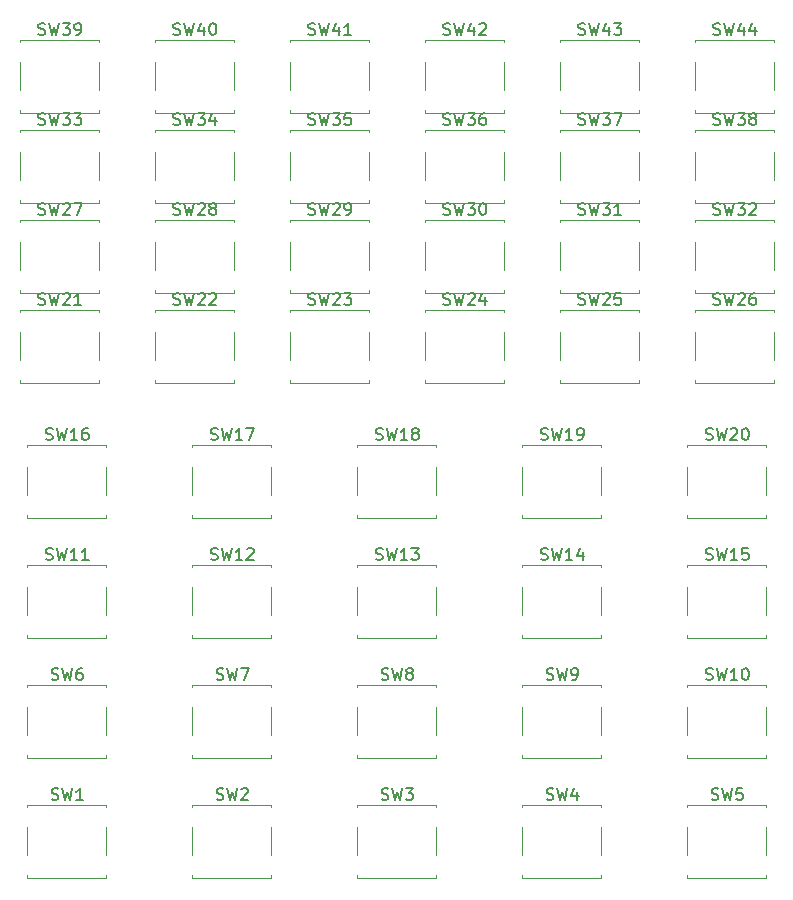
<source format=gbr>
G04 #@! TF.GenerationSoftware,KiCad,Pcbnew,5.1.5+dfsg1-2build2*
G04 #@! TF.CreationDate,2021-04-12T22:06:22+02:00*
G04 #@! TF.ProjectId,calc,63616c63-2e6b-4696-9361-645f70636258,rev?*
G04 #@! TF.SameCoordinates,Original*
G04 #@! TF.FileFunction,Legend,Top*
G04 #@! TF.FilePolarity,Positive*
%FSLAX46Y46*%
G04 Gerber Fmt 4.6, Leading zero omitted, Abs format (unit mm)*
G04 Created by KiCad (PCBNEW 5.1.5+dfsg1-2build2) date 2021-04-12 22:06:22*
%MOMM*%
%LPD*%
G04 APERTURE LIST*
%ADD10C,0.120000*%
%ADD11C,0.150000*%
G04 APERTURE END LIST*
D10*
X119840000Y-89460000D02*
X126540000Y-89460000D01*
X126540000Y-83260000D02*
X119840000Y-83260000D01*
X126540000Y-85160000D02*
X126540000Y-87560000D01*
X119840000Y-85160000D02*
X119840000Y-87560000D01*
X119840000Y-83260000D02*
X119840000Y-83460000D01*
X119840000Y-89460000D02*
X119840000Y-89260000D01*
X126540000Y-89460000D02*
X126540000Y-89260000D01*
X126540000Y-83260000D02*
X126540000Y-83460000D01*
X108410000Y-89460000D02*
X115110000Y-89460000D01*
X115110000Y-83260000D02*
X108410000Y-83260000D01*
X115110000Y-85160000D02*
X115110000Y-87560000D01*
X108410000Y-85160000D02*
X108410000Y-87560000D01*
X108410000Y-83260000D02*
X108410000Y-83460000D01*
X108410000Y-89460000D02*
X108410000Y-89260000D01*
X115110000Y-89460000D02*
X115110000Y-89260000D01*
X115110000Y-83260000D02*
X115110000Y-83460000D01*
X96980000Y-89460000D02*
X103680000Y-89460000D01*
X103680000Y-83260000D02*
X96980000Y-83260000D01*
X103680000Y-85160000D02*
X103680000Y-87560000D01*
X96980000Y-85160000D02*
X96980000Y-87560000D01*
X96980000Y-83260000D02*
X96980000Y-83460000D01*
X96980000Y-89460000D02*
X96980000Y-89260000D01*
X103680000Y-89460000D02*
X103680000Y-89260000D01*
X103680000Y-83260000D02*
X103680000Y-83460000D01*
X85550000Y-89460000D02*
X92250000Y-89460000D01*
X92250000Y-83260000D02*
X85550000Y-83260000D01*
X92250000Y-85160000D02*
X92250000Y-87560000D01*
X85550000Y-85160000D02*
X85550000Y-87560000D01*
X85550000Y-83260000D02*
X85550000Y-83460000D01*
X85550000Y-89460000D02*
X85550000Y-89260000D01*
X92250000Y-89460000D02*
X92250000Y-89260000D01*
X92250000Y-83260000D02*
X92250000Y-83460000D01*
X74120000Y-89460000D02*
X80820000Y-89460000D01*
X80820000Y-83260000D02*
X74120000Y-83260000D01*
X80820000Y-85160000D02*
X80820000Y-87560000D01*
X74120000Y-85160000D02*
X74120000Y-87560000D01*
X74120000Y-83260000D02*
X74120000Y-83460000D01*
X74120000Y-89460000D02*
X74120000Y-89260000D01*
X80820000Y-89460000D02*
X80820000Y-89260000D01*
X80820000Y-83260000D02*
X80820000Y-83460000D01*
X62690000Y-89460000D02*
X69390000Y-89460000D01*
X69390000Y-83260000D02*
X62690000Y-83260000D01*
X69390000Y-85160000D02*
X69390000Y-87560000D01*
X62690000Y-85160000D02*
X62690000Y-87560000D01*
X62690000Y-83260000D02*
X62690000Y-83460000D01*
X62690000Y-89460000D02*
X62690000Y-89260000D01*
X69390000Y-89460000D02*
X69390000Y-89260000D01*
X69390000Y-83260000D02*
X69390000Y-83460000D01*
X119840000Y-97080000D02*
X126540000Y-97080000D01*
X126540000Y-90880000D02*
X119840000Y-90880000D01*
X126540000Y-92780000D02*
X126540000Y-95180000D01*
X119840000Y-92780000D02*
X119840000Y-95180000D01*
X119840000Y-90880000D02*
X119840000Y-91080000D01*
X119840000Y-97080000D02*
X119840000Y-96880000D01*
X126540000Y-97080000D02*
X126540000Y-96880000D01*
X126540000Y-90880000D02*
X126540000Y-91080000D01*
X108410000Y-97080000D02*
X115110000Y-97080000D01*
X115110000Y-90880000D02*
X108410000Y-90880000D01*
X115110000Y-92780000D02*
X115110000Y-95180000D01*
X108410000Y-92780000D02*
X108410000Y-95180000D01*
X108410000Y-90880000D02*
X108410000Y-91080000D01*
X108410000Y-97080000D02*
X108410000Y-96880000D01*
X115110000Y-97080000D02*
X115110000Y-96880000D01*
X115110000Y-90880000D02*
X115110000Y-91080000D01*
X96980000Y-97080000D02*
X103680000Y-97080000D01*
X103680000Y-90880000D02*
X96980000Y-90880000D01*
X103680000Y-92780000D02*
X103680000Y-95180000D01*
X96980000Y-92780000D02*
X96980000Y-95180000D01*
X96980000Y-90880000D02*
X96980000Y-91080000D01*
X96980000Y-97080000D02*
X96980000Y-96880000D01*
X103680000Y-97080000D02*
X103680000Y-96880000D01*
X103680000Y-90880000D02*
X103680000Y-91080000D01*
X85550000Y-97080000D02*
X92250000Y-97080000D01*
X92250000Y-90880000D02*
X85550000Y-90880000D01*
X92250000Y-92780000D02*
X92250000Y-95180000D01*
X85550000Y-92780000D02*
X85550000Y-95180000D01*
X85550000Y-90880000D02*
X85550000Y-91080000D01*
X85550000Y-97080000D02*
X85550000Y-96880000D01*
X92250000Y-97080000D02*
X92250000Y-96880000D01*
X92250000Y-90880000D02*
X92250000Y-91080000D01*
X74120000Y-97080000D02*
X80820000Y-97080000D01*
X80820000Y-90880000D02*
X74120000Y-90880000D01*
X80820000Y-92780000D02*
X80820000Y-95180000D01*
X74120000Y-92780000D02*
X74120000Y-95180000D01*
X74120000Y-90880000D02*
X74120000Y-91080000D01*
X74120000Y-97080000D02*
X74120000Y-96880000D01*
X80820000Y-97080000D02*
X80820000Y-96880000D01*
X80820000Y-90880000D02*
X80820000Y-91080000D01*
X62690000Y-97080000D02*
X69390000Y-97080000D01*
X69390000Y-90880000D02*
X62690000Y-90880000D01*
X69390000Y-92780000D02*
X69390000Y-95180000D01*
X62690000Y-92780000D02*
X62690000Y-95180000D01*
X62690000Y-90880000D02*
X62690000Y-91080000D01*
X62690000Y-97080000D02*
X62690000Y-96880000D01*
X69390000Y-97080000D02*
X69390000Y-96880000D01*
X69390000Y-90880000D02*
X69390000Y-91080000D01*
X119840000Y-104700000D02*
X126540000Y-104700000D01*
X126540000Y-98500000D02*
X119840000Y-98500000D01*
X126540000Y-100400000D02*
X126540000Y-102800000D01*
X119840000Y-100400000D02*
X119840000Y-102800000D01*
X119840000Y-98500000D02*
X119840000Y-98700000D01*
X119840000Y-104700000D02*
X119840000Y-104500000D01*
X126540000Y-104700000D02*
X126540000Y-104500000D01*
X126540000Y-98500000D02*
X126540000Y-98700000D01*
X108410000Y-104700000D02*
X115110000Y-104700000D01*
X115110000Y-98500000D02*
X108410000Y-98500000D01*
X115110000Y-100400000D02*
X115110000Y-102800000D01*
X108410000Y-100400000D02*
X108410000Y-102800000D01*
X108410000Y-98500000D02*
X108410000Y-98700000D01*
X108410000Y-104700000D02*
X108410000Y-104500000D01*
X115110000Y-104700000D02*
X115110000Y-104500000D01*
X115110000Y-98500000D02*
X115110000Y-98700000D01*
X96980000Y-104700000D02*
X103680000Y-104700000D01*
X103680000Y-98500000D02*
X96980000Y-98500000D01*
X103680000Y-100400000D02*
X103680000Y-102800000D01*
X96980000Y-100400000D02*
X96980000Y-102800000D01*
X96980000Y-98500000D02*
X96980000Y-98700000D01*
X96980000Y-104700000D02*
X96980000Y-104500000D01*
X103680000Y-104700000D02*
X103680000Y-104500000D01*
X103680000Y-98500000D02*
X103680000Y-98700000D01*
X85550000Y-104700000D02*
X92250000Y-104700000D01*
X92250000Y-98500000D02*
X85550000Y-98500000D01*
X92250000Y-100400000D02*
X92250000Y-102800000D01*
X85550000Y-100400000D02*
X85550000Y-102800000D01*
X85550000Y-98500000D02*
X85550000Y-98700000D01*
X85550000Y-104700000D02*
X85550000Y-104500000D01*
X92250000Y-104700000D02*
X92250000Y-104500000D01*
X92250000Y-98500000D02*
X92250000Y-98700000D01*
X74120000Y-104700000D02*
X80820000Y-104700000D01*
X80820000Y-98500000D02*
X74120000Y-98500000D01*
X80820000Y-100400000D02*
X80820000Y-102800000D01*
X74120000Y-100400000D02*
X74120000Y-102800000D01*
X74120000Y-98500000D02*
X74120000Y-98700000D01*
X74120000Y-104700000D02*
X74120000Y-104500000D01*
X80820000Y-104700000D02*
X80820000Y-104500000D01*
X80820000Y-98500000D02*
X80820000Y-98700000D01*
X62690000Y-104700000D02*
X69390000Y-104700000D01*
X69390000Y-98500000D02*
X62690000Y-98500000D01*
X69390000Y-100400000D02*
X69390000Y-102800000D01*
X62690000Y-100400000D02*
X62690000Y-102800000D01*
X62690000Y-98500000D02*
X62690000Y-98700000D01*
X62690000Y-104700000D02*
X62690000Y-104500000D01*
X69390000Y-104700000D02*
X69390000Y-104500000D01*
X69390000Y-98500000D02*
X69390000Y-98700000D01*
X119840000Y-112320000D02*
X126540000Y-112320000D01*
X126540000Y-106120000D02*
X119840000Y-106120000D01*
X126540000Y-108020000D02*
X126540000Y-110420000D01*
X119840000Y-108020000D02*
X119840000Y-110420000D01*
X119840000Y-106120000D02*
X119840000Y-106320000D01*
X119840000Y-112320000D02*
X119840000Y-112120000D01*
X126540000Y-112320000D02*
X126540000Y-112120000D01*
X126540000Y-106120000D02*
X126540000Y-106320000D01*
X108410000Y-112320000D02*
X115110000Y-112320000D01*
X115110000Y-106120000D02*
X108410000Y-106120000D01*
X115110000Y-108020000D02*
X115110000Y-110420000D01*
X108410000Y-108020000D02*
X108410000Y-110420000D01*
X108410000Y-106120000D02*
X108410000Y-106320000D01*
X108410000Y-112320000D02*
X108410000Y-112120000D01*
X115110000Y-112320000D02*
X115110000Y-112120000D01*
X115110000Y-106120000D02*
X115110000Y-106320000D01*
X96980000Y-112320000D02*
X103680000Y-112320000D01*
X103680000Y-106120000D02*
X96980000Y-106120000D01*
X103680000Y-108020000D02*
X103680000Y-110420000D01*
X96980000Y-108020000D02*
X96980000Y-110420000D01*
X96980000Y-106120000D02*
X96980000Y-106320000D01*
X96980000Y-112320000D02*
X96980000Y-112120000D01*
X103680000Y-112320000D02*
X103680000Y-112120000D01*
X103680000Y-106120000D02*
X103680000Y-106320000D01*
X85550000Y-112320000D02*
X92250000Y-112320000D01*
X92250000Y-106120000D02*
X85550000Y-106120000D01*
X92250000Y-108020000D02*
X92250000Y-110420000D01*
X85550000Y-108020000D02*
X85550000Y-110420000D01*
X85550000Y-106120000D02*
X85550000Y-106320000D01*
X85550000Y-112320000D02*
X85550000Y-112120000D01*
X92250000Y-112320000D02*
X92250000Y-112120000D01*
X92250000Y-106120000D02*
X92250000Y-106320000D01*
X74120000Y-112320000D02*
X80820000Y-112320000D01*
X80820000Y-106120000D02*
X74120000Y-106120000D01*
X80820000Y-108020000D02*
X80820000Y-110420000D01*
X74120000Y-108020000D02*
X74120000Y-110420000D01*
X74120000Y-106120000D02*
X74120000Y-106320000D01*
X74120000Y-112320000D02*
X74120000Y-112120000D01*
X80820000Y-112320000D02*
X80820000Y-112120000D01*
X80820000Y-106120000D02*
X80820000Y-106320000D01*
X62690000Y-112320000D02*
X69390000Y-112320000D01*
X69390000Y-106120000D02*
X62690000Y-106120000D01*
X69390000Y-108020000D02*
X69390000Y-110420000D01*
X62690000Y-108020000D02*
X62690000Y-110420000D01*
X62690000Y-106120000D02*
X62690000Y-106320000D01*
X62690000Y-112320000D02*
X62690000Y-112120000D01*
X69390000Y-112320000D02*
X69390000Y-112120000D01*
X69390000Y-106120000D02*
X69390000Y-106320000D01*
X119205000Y-123750000D02*
X125905000Y-123750000D01*
X125905000Y-117550000D02*
X119205000Y-117550000D01*
X125905000Y-119450000D02*
X125905000Y-121850000D01*
X119205000Y-119450000D02*
X119205000Y-121850000D01*
X119205000Y-117550000D02*
X119205000Y-117750000D01*
X119205000Y-123750000D02*
X119205000Y-123550000D01*
X125905000Y-123750000D02*
X125905000Y-123550000D01*
X125905000Y-117550000D02*
X125905000Y-117750000D01*
X105235000Y-123750000D02*
X111935000Y-123750000D01*
X111935000Y-117550000D02*
X105235000Y-117550000D01*
X111935000Y-119450000D02*
X111935000Y-121850000D01*
X105235000Y-119450000D02*
X105235000Y-121850000D01*
X105235000Y-117550000D02*
X105235000Y-117750000D01*
X105235000Y-123750000D02*
X105235000Y-123550000D01*
X111935000Y-123750000D02*
X111935000Y-123550000D01*
X111935000Y-117550000D02*
X111935000Y-117750000D01*
X91265000Y-123750000D02*
X97965000Y-123750000D01*
X97965000Y-117550000D02*
X91265000Y-117550000D01*
X97965000Y-119450000D02*
X97965000Y-121850000D01*
X91265000Y-119450000D02*
X91265000Y-121850000D01*
X91265000Y-117550000D02*
X91265000Y-117750000D01*
X91265000Y-123750000D02*
X91265000Y-123550000D01*
X97965000Y-123750000D02*
X97965000Y-123550000D01*
X97965000Y-117550000D02*
X97965000Y-117750000D01*
X77295000Y-123750000D02*
X83995000Y-123750000D01*
X83995000Y-117550000D02*
X77295000Y-117550000D01*
X83995000Y-119450000D02*
X83995000Y-121850000D01*
X77295000Y-119450000D02*
X77295000Y-121850000D01*
X77295000Y-117550000D02*
X77295000Y-117750000D01*
X77295000Y-123750000D02*
X77295000Y-123550000D01*
X83995000Y-123750000D02*
X83995000Y-123550000D01*
X83995000Y-117550000D02*
X83995000Y-117750000D01*
X63325000Y-123750000D02*
X70025000Y-123750000D01*
X70025000Y-117550000D02*
X63325000Y-117550000D01*
X70025000Y-119450000D02*
X70025000Y-121850000D01*
X63325000Y-119450000D02*
X63325000Y-121850000D01*
X63325000Y-117550000D02*
X63325000Y-117750000D01*
X63325000Y-123750000D02*
X63325000Y-123550000D01*
X70025000Y-123750000D02*
X70025000Y-123550000D01*
X70025000Y-117550000D02*
X70025000Y-117750000D01*
X119205000Y-133910000D02*
X125905000Y-133910000D01*
X125905000Y-127710000D02*
X119205000Y-127710000D01*
X125905000Y-129610000D02*
X125905000Y-132010000D01*
X119205000Y-129610000D02*
X119205000Y-132010000D01*
X119205000Y-127710000D02*
X119205000Y-127910000D01*
X119205000Y-133910000D02*
X119205000Y-133710000D01*
X125905000Y-133910000D02*
X125905000Y-133710000D01*
X125905000Y-127710000D02*
X125905000Y-127910000D01*
X105235000Y-133910000D02*
X111935000Y-133910000D01*
X111935000Y-127710000D02*
X105235000Y-127710000D01*
X111935000Y-129610000D02*
X111935000Y-132010000D01*
X105235000Y-129610000D02*
X105235000Y-132010000D01*
X105235000Y-127710000D02*
X105235000Y-127910000D01*
X105235000Y-133910000D02*
X105235000Y-133710000D01*
X111935000Y-133910000D02*
X111935000Y-133710000D01*
X111935000Y-127710000D02*
X111935000Y-127910000D01*
X91265000Y-133910000D02*
X97965000Y-133910000D01*
X97965000Y-127710000D02*
X91265000Y-127710000D01*
X97965000Y-129610000D02*
X97965000Y-132010000D01*
X91265000Y-129610000D02*
X91265000Y-132010000D01*
X91265000Y-127710000D02*
X91265000Y-127910000D01*
X91265000Y-133910000D02*
X91265000Y-133710000D01*
X97965000Y-133910000D02*
X97965000Y-133710000D01*
X97965000Y-127710000D02*
X97965000Y-127910000D01*
X77295000Y-133910000D02*
X83995000Y-133910000D01*
X83995000Y-127710000D02*
X77295000Y-127710000D01*
X83995000Y-129610000D02*
X83995000Y-132010000D01*
X77295000Y-129610000D02*
X77295000Y-132010000D01*
X77295000Y-127710000D02*
X77295000Y-127910000D01*
X77295000Y-133910000D02*
X77295000Y-133710000D01*
X83995000Y-133910000D02*
X83995000Y-133710000D01*
X83995000Y-127710000D02*
X83995000Y-127910000D01*
X63325000Y-133910000D02*
X70025000Y-133910000D01*
X70025000Y-127710000D02*
X63325000Y-127710000D01*
X70025000Y-129610000D02*
X70025000Y-132010000D01*
X63325000Y-129610000D02*
X63325000Y-132010000D01*
X63325000Y-127710000D02*
X63325000Y-127910000D01*
X63325000Y-133910000D02*
X63325000Y-133710000D01*
X70025000Y-133910000D02*
X70025000Y-133710000D01*
X70025000Y-127710000D02*
X70025000Y-127910000D01*
X119205000Y-144070000D02*
X125905000Y-144070000D01*
X125905000Y-137870000D02*
X119205000Y-137870000D01*
X125905000Y-139770000D02*
X125905000Y-142170000D01*
X119205000Y-139770000D02*
X119205000Y-142170000D01*
X119205000Y-137870000D02*
X119205000Y-138070000D01*
X119205000Y-144070000D02*
X119205000Y-143870000D01*
X125905000Y-144070000D02*
X125905000Y-143870000D01*
X125905000Y-137870000D02*
X125905000Y-138070000D01*
X105235000Y-144070000D02*
X111935000Y-144070000D01*
X111935000Y-137870000D02*
X105235000Y-137870000D01*
X111935000Y-139770000D02*
X111935000Y-142170000D01*
X105235000Y-139770000D02*
X105235000Y-142170000D01*
X105235000Y-137870000D02*
X105235000Y-138070000D01*
X105235000Y-144070000D02*
X105235000Y-143870000D01*
X111935000Y-144070000D02*
X111935000Y-143870000D01*
X111935000Y-137870000D02*
X111935000Y-138070000D01*
X91265000Y-144070000D02*
X97965000Y-144070000D01*
X97965000Y-137870000D02*
X91265000Y-137870000D01*
X97965000Y-139770000D02*
X97965000Y-142170000D01*
X91265000Y-139770000D02*
X91265000Y-142170000D01*
X91265000Y-137870000D02*
X91265000Y-138070000D01*
X91265000Y-144070000D02*
X91265000Y-143870000D01*
X97965000Y-144070000D02*
X97965000Y-143870000D01*
X97965000Y-137870000D02*
X97965000Y-138070000D01*
X77295000Y-144070000D02*
X83995000Y-144070000D01*
X83995000Y-137870000D02*
X77295000Y-137870000D01*
X83995000Y-139770000D02*
X83995000Y-142170000D01*
X77295000Y-139770000D02*
X77295000Y-142170000D01*
X77295000Y-137870000D02*
X77295000Y-138070000D01*
X77295000Y-144070000D02*
X77295000Y-143870000D01*
X83995000Y-144070000D02*
X83995000Y-143870000D01*
X83995000Y-137870000D02*
X83995000Y-138070000D01*
X63325000Y-144070000D02*
X70025000Y-144070000D01*
X70025000Y-137870000D02*
X63325000Y-137870000D01*
X70025000Y-139770000D02*
X70025000Y-142170000D01*
X63325000Y-139770000D02*
X63325000Y-142170000D01*
X63325000Y-137870000D02*
X63325000Y-138070000D01*
X63325000Y-144070000D02*
X63325000Y-143870000D01*
X70025000Y-144070000D02*
X70025000Y-143870000D01*
X70025000Y-137870000D02*
X70025000Y-138070000D01*
X119205000Y-154230000D02*
X125905000Y-154230000D01*
X125905000Y-148030000D02*
X119205000Y-148030000D01*
X125905000Y-149930000D02*
X125905000Y-152330000D01*
X119205000Y-149930000D02*
X119205000Y-152330000D01*
X119205000Y-148030000D02*
X119205000Y-148230000D01*
X119205000Y-154230000D02*
X119205000Y-154030000D01*
X125905000Y-154230000D02*
X125905000Y-154030000D01*
X125905000Y-148030000D02*
X125905000Y-148230000D01*
X105235000Y-154230000D02*
X111935000Y-154230000D01*
X111935000Y-148030000D02*
X105235000Y-148030000D01*
X111935000Y-149930000D02*
X111935000Y-152330000D01*
X105235000Y-149930000D02*
X105235000Y-152330000D01*
X105235000Y-148030000D02*
X105235000Y-148230000D01*
X105235000Y-154230000D02*
X105235000Y-154030000D01*
X111935000Y-154230000D02*
X111935000Y-154030000D01*
X111935000Y-148030000D02*
X111935000Y-148230000D01*
X91265000Y-154230000D02*
X97965000Y-154230000D01*
X97965000Y-148030000D02*
X91265000Y-148030000D01*
X97965000Y-149930000D02*
X97965000Y-152330000D01*
X91265000Y-149930000D02*
X91265000Y-152330000D01*
X91265000Y-148030000D02*
X91265000Y-148230000D01*
X91265000Y-154230000D02*
X91265000Y-154030000D01*
X97965000Y-154230000D02*
X97965000Y-154030000D01*
X97965000Y-148030000D02*
X97965000Y-148230000D01*
X77295000Y-154230000D02*
X83995000Y-154230000D01*
X83995000Y-148030000D02*
X77295000Y-148030000D01*
X83995000Y-149930000D02*
X83995000Y-152330000D01*
X77295000Y-149930000D02*
X77295000Y-152330000D01*
X77295000Y-148030000D02*
X77295000Y-148230000D01*
X77295000Y-154230000D02*
X77295000Y-154030000D01*
X83995000Y-154230000D02*
X83995000Y-154030000D01*
X83995000Y-148030000D02*
X83995000Y-148230000D01*
X63325000Y-154230000D02*
X70025000Y-154230000D01*
X70025000Y-148030000D02*
X63325000Y-148030000D01*
X70025000Y-149930000D02*
X70025000Y-152330000D01*
X63325000Y-149930000D02*
X63325000Y-152330000D01*
X63325000Y-148030000D02*
X63325000Y-148230000D01*
X63325000Y-154230000D02*
X63325000Y-154030000D01*
X70025000Y-154230000D02*
X70025000Y-154030000D01*
X70025000Y-148030000D02*
X70025000Y-148230000D01*
D11*
X121430476Y-82814761D02*
X121573333Y-82862380D01*
X121811428Y-82862380D01*
X121906666Y-82814761D01*
X121954285Y-82767142D01*
X122001904Y-82671904D01*
X122001904Y-82576666D01*
X121954285Y-82481428D01*
X121906666Y-82433809D01*
X121811428Y-82386190D01*
X121620952Y-82338571D01*
X121525714Y-82290952D01*
X121478095Y-82243333D01*
X121430476Y-82148095D01*
X121430476Y-82052857D01*
X121478095Y-81957619D01*
X121525714Y-81910000D01*
X121620952Y-81862380D01*
X121859047Y-81862380D01*
X122001904Y-81910000D01*
X122335238Y-81862380D02*
X122573333Y-82862380D01*
X122763809Y-82148095D01*
X122954285Y-82862380D01*
X123192380Y-81862380D01*
X124001904Y-82195714D02*
X124001904Y-82862380D01*
X123763809Y-81814761D02*
X123525714Y-82529047D01*
X124144761Y-82529047D01*
X124954285Y-82195714D02*
X124954285Y-82862380D01*
X124716190Y-81814761D02*
X124478095Y-82529047D01*
X125097142Y-82529047D01*
X110000476Y-82814761D02*
X110143333Y-82862380D01*
X110381428Y-82862380D01*
X110476666Y-82814761D01*
X110524285Y-82767142D01*
X110571904Y-82671904D01*
X110571904Y-82576666D01*
X110524285Y-82481428D01*
X110476666Y-82433809D01*
X110381428Y-82386190D01*
X110190952Y-82338571D01*
X110095714Y-82290952D01*
X110048095Y-82243333D01*
X110000476Y-82148095D01*
X110000476Y-82052857D01*
X110048095Y-81957619D01*
X110095714Y-81910000D01*
X110190952Y-81862380D01*
X110429047Y-81862380D01*
X110571904Y-81910000D01*
X110905238Y-81862380D02*
X111143333Y-82862380D01*
X111333809Y-82148095D01*
X111524285Y-82862380D01*
X111762380Y-81862380D01*
X112571904Y-82195714D02*
X112571904Y-82862380D01*
X112333809Y-81814761D02*
X112095714Y-82529047D01*
X112714761Y-82529047D01*
X113000476Y-81862380D02*
X113619523Y-81862380D01*
X113286190Y-82243333D01*
X113429047Y-82243333D01*
X113524285Y-82290952D01*
X113571904Y-82338571D01*
X113619523Y-82433809D01*
X113619523Y-82671904D01*
X113571904Y-82767142D01*
X113524285Y-82814761D01*
X113429047Y-82862380D01*
X113143333Y-82862380D01*
X113048095Y-82814761D01*
X113000476Y-82767142D01*
X98570476Y-82814761D02*
X98713333Y-82862380D01*
X98951428Y-82862380D01*
X99046666Y-82814761D01*
X99094285Y-82767142D01*
X99141904Y-82671904D01*
X99141904Y-82576666D01*
X99094285Y-82481428D01*
X99046666Y-82433809D01*
X98951428Y-82386190D01*
X98760952Y-82338571D01*
X98665714Y-82290952D01*
X98618095Y-82243333D01*
X98570476Y-82148095D01*
X98570476Y-82052857D01*
X98618095Y-81957619D01*
X98665714Y-81910000D01*
X98760952Y-81862380D01*
X98999047Y-81862380D01*
X99141904Y-81910000D01*
X99475238Y-81862380D02*
X99713333Y-82862380D01*
X99903809Y-82148095D01*
X100094285Y-82862380D01*
X100332380Y-81862380D01*
X101141904Y-82195714D02*
X101141904Y-82862380D01*
X100903809Y-81814761D02*
X100665714Y-82529047D01*
X101284761Y-82529047D01*
X101618095Y-81957619D02*
X101665714Y-81910000D01*
X101760952Y-81862380D01*
X101999047Y-81862380D01*
X102094285Y-81910000D01*
X102141904Y-81957619D01*
X102189523Y-82052857D01*
X102189523Y-82148095D01*
X102141904Y-82290952D01*
X101570476Y-82862380D01*
X102189523Y-82862380D01*
X87140476Y-82814761D02*
X87283333Y-82862380D01*
X87521428Y-82862380D01*
X87616666Y-82814761D01*
X87664285Y-82767142D01*
X87711904Y-82671904D01*
X87711904Y-82576666D01*
X87664285Y-82481428D01*
X87616666Y-82433809D01*
X87521428Y-82386190D01*
X87330952Y-82338571D01*
X87235714Y-82290952D01*
X87188095Y-82243333D01*
X87140476Y-82148095D01*
X87140476Y-82052857D01*
X87188095Y-81957619D01*
X87235714Y-81910000D01*
X87330952Y-81862380D01*
X87569047Y-81862380D01*
X87711904Y-81910000D01*
X88045238Y-81862380D02*
X88283333Y-82862380D01*
X88473809Y-82148095D01*
X88664285Y-82862380D01*
X88902380Y-81862380D01*
X89711904Y-82195714D02*
X89711904Y-82862380D01*
X89473809Y-81814761D02*
X89235714Y-82529047D01*
X89854761Y-82529047D01*
X90759523Y-82862380D02*
X90188095Y-82862380D01*
X90473809Y-82862380D02*
X90473809Y-81862380D01*
X90378571Y-82005238D01*
X90283333Y-82100476D01*
X90188095Y-82148095D01*
X75710476Y-82814761D02*
X75853333Y-82862380D01*
X76091428Y-82862380D01*
X76186666Y-82814761D01*
X76234285Y-82767142D01*
X76281904Y-82671904D01*
X76281904Y-82576666D01*
X76234285Y-82481428D01*
X76186666Y-82433809D01*
X76091428Y-82386190D01*
X75900952Y-82338571D01*
X75805714Y-82290952D01*
X75758095Y-82243333D01*
X75710476Y-82148095D01*
X75710476Y-82052857D01*
X75758095Y-81957619D01*
X75805714Y-81910000D01*
X75900952Y-81862380D01*
X76139047Y-81862380D01*
X76281904Y-81910000D01*
X76615238Y-81862380D02*
X76853333Y-82862380D01*
X77043809Y-82148095D01*
X77234285Y-82862380D01*
X77472380Y-81862380D01*
X78281904Y-82195714D02*
X78281904Y-82862380D01*
X78043809Y-81814761D02*
X77805714Y-82529047D01*
X78424761Y-82529047D01*
X78996190Y-81862380D02*
X79091428Y-81862380D01*
X79186666Y-81910000D01*
X79234285Y-81957619D01*
X79281904Y-82052857D01*
X79329523Y-82243333D01*
X79329523Y-82481428D01*
X79281904Y-82671904D01*
X79234285Y-82767142D01*
X79186666Y-82814761D01*
X79091428Y-82862380D01*
X78996190Y-82862380D01*
X78900952Y-82814761D01*
X78853333Y-82767142D01*
X78805714Y-82671904D01*
X78758095Y-82481428D01*
X78758095Y-82243333D01*
X78805714Y-82052857D01*
X78853333Y-81957619D01*
X78900952Y-81910000D01*
X78996190Y-81862380D01*
X64280476Y-82814761D02*
X64423333Y-82862380D01*
X64661428Y-82862380D01*
X64756666Y-82814761D01*
X64804285Y-82767142D01*
X64851904Y-82671904D01*
X64851904Y-82576666D01*
X64804285Y-82481428D01*
X64756666Y-82433809D01*
X64661428Y-82386190D01*
X64470952Y-82338571D01*
X64375714Y-82290952D01*
X64328095Y-82243333D01*
X64280476Y-82148095D01*
X64280476Y-82052857D01*
X64328095Y-81957619D01*
X64375714Y-81910000D01*
X64470952Y-81862380D01*
X64709047Y-81862380D01*
X64851904Y-81910000D01*
X65185238Y-81862380D02*
X65423333Y-82862380D01*
X65613809Y-82148095D01*
X65804285Y-82862380D01*
X66042380Y-81862380D01*
X66328095Y-81862380D02*
X66947142Y-81862380D01*
X66613809Y-82243333D01*
X66756666Y-82243333D01*
X66851904Y-82290952D01*
X66899523Y-82338571D01*
X66947142Y-82433809D01*
X66947142Y-82671904D01*
X66899523Y-82767142D01*
X66851904Y-82814761D01*
X66756666Y-82862380D01*
X66470952Y-82862380D01*
X66375714Y-82814761D01*
X66328095Y-82767142D01*
X67423333Y-82862380D02*
X67613809Y-82862380D01*
X67709047Y-82814761D01*
X67756666Y-82767142D01*
X67851904Y-82624285D01*
X67899523Y-82433809D01*
X67899523Y-82052857D01*
X67851904Y-81957619D01*
X67804285Y-81910000D01*
X67709047Y-81862380D01*
X67518571Y-81862380D01*
X67423333Y-81910000D01*
X67375714Y-81957619D01*
X67328095Y-82052857D01*
X67328095Y-82290952D01*
X67375714Y-82386190D01*
X67423333Y-82433809D01*
X67518571Y-82481428D01*
X67709047Y-82481428D01*
X67804285Y-82433809D01*
X67851904Y-82386190D01*
X67899523Y-82290952D01*
X121430476Y-90434761D02*
X121573333Y-90482380D01*
X121811428Y-90482380D01*
X121906666Y-90434761D01*
X121954285Y-90387142D01*
X122001904Y-90291904D01*
X122001904Y-90196666D01*
X121954285Y-90101428D01*
X121906666Y-90053809D01*
X121811428Y-90006190D01*
X121620952Y-89958571D01*
X121525714Y-89910952D01*
X121478095Y-89863333D01*
X121430476Y-89768095D01*
X121430476Y-89672857D01*
X121478095Y-89577619D01*
X121525714Y-89530000D01*
X121620952Y-89482380D01*
X121859047Y-89482380D01*
X122001904Y-89530000D01*
X122335238Y-89482380D02*
X122573333Y-90482380D01*
X122763809Y-89768095D01*
X122954285Y-90482380D01*
X123192380Y-89482380D01*
X123478095Y-89482380D02*
X124097142Y-89482380D01*
X123763809Y-89863333D01*
X123906666Y-89863333D01*
X124001904Y-89910952D01*
X124049523Y-89958571D01*
X124097142Y-90053809D01*
X124097142Y-90291904D01*
X124049523Y-90387142D01*
X124001904Y-90434761D01*
X123906666Y-90482380D01*
X123620952Y-90482380D01*
X123525714Y-90434761D01*
X123478095Y-90387142D01*
X124668571Y-89910952D02*
X124573333Y-89863333D01*
X124525714Y-89815714D01*
X124478095Y-89720476D01*
X124478095Y-89672857D01*
X124525714Y-89577619D01*
X124573333Y-89530000D01*
X124668571Y-89482380D01*
X124859047Y-89482380D01*
X124954285Y-89530000D01*
X125001904Y-89577619D01*
X125049523Y-89672857D01*
X125049523Y-89720476D01*
X125001904Y-89815714D01*
X124954285Y-89863333D01*
X124859047Y-89910952D01*
X124668571Y-89910952D01*
X124573333Y-89958571D01*
X124525714Y-90006190D01*
X124478095Y-90101428D01*
X124478095Y-90291904D01*
X124525714Y-90387142D01*
X124573333Y-90434761D01*
X124668571Y-90482380D01*
X124859047Y-90482380D01*
X124954285Y-90434761D01*
X125001904Y-90387142D01*
X125049523Y-90291904D01*
X125049523Y-90101428D01*
X125001904Y-90006190D01*
X124954285Y-89958571D01*
X124859047Y-89910952D01*
X110000476Y-90434761D02*
X110143333Y-90482380D01*
X110381428Y-90482380D01*
X110476666Y-90434761D01*
X110524285Y-90387142D01*
X110571904Y-90291904D01*
X110571904Y-90196666D01*
X110524285Y-90101428D01*
X110476666Y-90053809D01*
X110381428Y-90006190D01*
X110190952Y-89958571D01*
X110095714Y-89910952D01*
X110048095Y-89863333D01*
X110000476Y-89768095D01*
X110000476Y-89672857D01*
X110048095Y-89577619D01*
X110095714Y-89530000D01*
X110190952Y-89482380D01*
X110429047Y-89482380D01*
X110571904Y-89530000D01*
X110905238Y-89482380D02*
X111143333Y-90482380D01*
X111333809Y-89768095D01*
X111524285Y-90482380D01*
X111762380Y-89482380D01*
X112048095Y-89482380D02*
X112667142Y-89482380D01*
X112333809Y-89863333D01*
X112476666Y-89863333D01*
X112571904Y-89910952D01*
X112619523Y-89958571D01*
X112667142Y-90053809D01*
X112667142Y-90291904D01*
X112619523Y-90387142D01*
X112571904Y-90434761D01*
X112476666Y-90482380D01*
X112190952Y-90482380D01*
X112095714Y-90434761D01*
X112048095Y-90387142D01*
X113000476Y-89482380D02*
X113667142Y-89482380D01*
X113238571Y-90482380D01*
X98570476Y-90434761D02*
X98713333Y-90482380D01*
X98951428Y-90482380D01*
X99046666Y-90434761D01*
X99094285Y-90387142D01*
X99141904Y-90291904D01*
X99141904Y-90196666D01*
X99094285Y-90101428D01*
X99046666Y-90053809D01*
X98951428Y-90006190D01*
X98760952Y-89958571D01*
X98665714Y-89910952D01*
X98618095Y-89863333D01*
X98570476Y-89768095D01*
X98570476Y-89672857D01*
X98618095Y-89577619D01*
X98665714Y-89530000D01*
X98760952Y-89482380D01*
X98999047Y-89482380D01*
X99141904Y-89530000D01*
X99475238Y-89482380D02*
X99713333Y-90482380D01*
X99903809Y-89768095D01*
X100094285Y-90482380D01*
X100332380Y-89482380D01*
X100618095Y-89482380D02*
X101237142Y-89482380D01*
X100903809Y-89863333D01*
X101046666Y-89863333D01*
X101141904Y-89910952D01*
X101189523Y-89958571D01*
X101237142Y-90053809D01*
X101237142Y-90291904D01*
X101189523Y-90387142D01*
X101141904Y-90434761D01*
X101046666Y-90482380D01*
X100760952Y-90482380D01*
X100665714Y-90434761D01*
X100618095Y-90387142D01*
X102094285Y-89482380D02*
X101903809Y-89482380D01*
X101808571Y-89530000D01*
X101760952Y-89577619D01*
X101665714Y-89720476D01*
X101618095Y-89910952D01*
X101618095Y-90291904D01*
X101665714Y-90387142D01*
X101713333Y-90434761D01*
X101808571Y-90482380D01*
X101999047Y-90482380D01*
X102094285Y-90434761D01*
X102141904Y-90387142D01*
X102189523Y-90291904D01*
X102189523Y-90053809D01*
X102141904Y-89958571D01*
X102094285Y-89910952D01*
X101999047Y-89863333D01*
X101808571Y-89863333D01*
X101713333Y-89910952D01*
X101665714Y-89958571D01*
X101618095Y-90053809D01*
X87140476Y-90434761D02*
X87283333Y-90482380D01*
X87521428Y-90482380D01*
X87616666Y-90434761D01*
X87664285Y-90387142D01*
X87711904Y-90291904D01*
X87711904Y-90196666D01*
X87664285Y-90101428D01*
X87616666Y-90053809D01*
X87521428Y-90006190D01*
X87330952Y-89958571D01*
X87235714Y-89910952D01*
X87188095Y-89863333D01*
X87140476Y-89768095D01*
X87140476Y-89672857D01*
X87188095Y-89577619D01*
X87235714Y-89530000D01*
X87330952Y-89482380D01*
X87569047Y-89482380D01*
X87711904Y-89530000D01*
X88045238Y-89482380D02*
X88283333Y-90482380D01*
X88473809Y-89768095D01*
X88664285Y-90482380D01*
X88902380Y-89482380D01*
X89188095Y-89482380D02*
X89807142Y-89482380D01*
X89473809Y-89863333D01*
X89616666Y-89863333D01*
X89711904Y-89910952D01*
X89759523Y-89958571D01*
X89807142Y-90053809D01*
X89807142Y-90291904D01*
X89759523Y-90387142D01*
X89711904Y-90434761D01*
X89616666Y-90482380D01*
X89330952Y-90482380D01*
X89235714Y-90434761D01*
X89188095Y-90387142D01*
X90711904Y-89482380D02*
X90235714Y-89482380D01*
X90188095Y-89958571D01*
X90235714Y-89910952D01*
X90330952Y-89863333D01*
X90569047Y-89863333D01*
X90664285Y-89910952D01*
X90711904Y-89958571D01*
X90759523Y-90053809D01*
X90759523Y-90291904D01*
X90711904Y-90387142D01*
X90664285Y-90434761D01*
X90569047Y-90482380D01*
X90330952Y-90482380D01*
X90235714Y-90434761D01*
X90188095Y-90387142D01*
X75710476Y-90434761D02*
X75853333Y-90482380D01*
X76091428Y-90482380D01*
X76186666Y-90434761D01*
X76234285Y-90387142D01*
X76281904Y-90291904D01*
X76281904Y-90196666D01*
X76234285Y-90101428D01*
X76186666Y-90053809D01*
X76091428Y-90006190D01*
X75900952Y-89958571D01*
X75805714Y-89910952D01*
X75758095Y-89863333D01*
X75710476Y-89768095D01*
X75710476Y-89672857D01*
X75758095Y-89577619D01*
X75805714Y-89530000D01*
X75900952Y-89482380D01*
X76139047Y-89482380D01*
X76281904Y-89530000D01*
X76615238Y-89482380D02*
X76853333Y-90482380D01*
X77043809Y-89768095D01*
X77234285Y-90482380D01*
X77472380Y-89482380D01*
X77758095Y-89482380D02*
X78377142Y-89482380D01*
X78043809Y-89863333D01*
X78186666Y-89863333D01*
X78281904Y-89910952D01*
X78329523Y-89958571D01*
X78377142Y-90053809D01*
X78377142Y-90291904D01*
X78329523Y-90387142D01*
X78281904Y-90434761D01*
X78186666Y-90482380D01*
X77900952Y-90482380D01*
X77805714Y-90434761D01*
X77758095Y-90387142D01*
X79234285Y-89815714D02*
X79234285Y-90482380D01*
X78996190Y-89434761D02*
X78758095Y-90149047D01*
X79377142Y-90149047D01*
X64280476Y-90434761D02*
X64423333Y-90482380D01*
X64661428Y-90482380D01*
X64756666Y-90434761D01*
X64804285Y-90387142D01*
X64851904Y-90291904D01*
X64851904Y-90196666D01*
X64804285Y-90101428D01*
X64756666Y-90053809D01*
X64661428Y-90006190D01*
X64470952Y-89958571D01*
X64375714Y-89910952D01*
X64328095Y-89863333D01*
X64280476Y-89768095D01*
X64280476Y-89672857D01*
X64328095Y-89577619D01*
X64375714Y-89530000D01*
X64470952Y-89482380D01*
X64709047Y-89482380D01*
X64851904Y-89530000D01*
X65185238Y-89482380D02*
X65423333Y-90482380D01*
X65613809Y-89768095D01*
X65804285Y-90482380D01*
X66042380Y-89482380D01*
X66328095Y-89482380D02*
X66947142Y-89482380D01*
X66613809Y-89863333D01*
X66756666Y-89863333D01*
X66851904Y-89910952D01*
X66899523Y-89958571D01*
X66947142Y-90053809D01*
X66947142Y-90291904D01*
X66899523Y-90387142D01*
X66851904Y-90434761D01*
X66756666Y-90482380D01*
X66470952Y-90482380D01*
X66375714Y-90434761D01*
X66328095Y-90387142D01*
X67280476Y-89482380D02*
X67899523Y-89482380D01*
X67566190Y-89863333D01*
X67709047Y-89863333D01*
X67804285Y-89910952D01*
X67851904Y-89958571D01*
X67899523Y-90053809D01*
X67899523Y-90291904D01*
X67851904Y-90387142D01*
X67804285Y-90434761D01*
X67709047Y-90482380D01*
X67423333Y-90482380D01*
X67328095Y-90434761D01*
X67280476Y-90387142D01*
X121430476Y-98054761D02*
X121573333Y-98102380D01*
X121811428Y-98102380D01*
X121906666Y-98054761D01*
X121954285Y-98007142D01*
X122001904Y-97911904D01*
X122001904Y-97816666D01*
X121954285Y-97721428D01*
X121906666Y-97673809D01*
X121811428Y-97626190D01*
X121620952Y-97578571D01*
X121525714Y-97530952D01*
X121478095Y-97483333D01*
X121430476Y-97388095D01*
X121430476Y-97292857D01*
X121478095Y-97197619D01*
X121525714Y-97150000D01*
X121620952Y-97102380D01*
X121859047Y-97102380D01*
X122001904Y-97150000D01*
X122335238Y-97102380D02*
X122573333Y-98102380D01*
X122763809Y-97388095D01*
X122954285Y-98102380D01*
X123192380Y-97102380D01*
X123478095Y-97102380D02*
X124097142Y-97102380D01*
X123763809Y-97483333D01*
X123906666Y-97483333D01*
X124001904Y-97530952D01*
X124049523Y-97578571D01*
X124097142Y-97673809D01*
X124097142Y-97911904D01*
X124049523Y-98007142D01*
X124001904Y-98054761D01*
X123906666Y-98102380D01*
X123620952Y-98102380D01*
X123525714Y-98054761D01*
X123478095Y-98007142D01*
X124478095Y-97197619D02*
X124525714Y-97150000D01*
X124620952Y-97102380D01*
X124859047Y-97102380D01*
X124954285Y-97150000D01*
X125001904Y-97197619D01*
X125049523Y-97292857D01*
X125049523Y-97388095D01*
X125001904Y-97530952D01*
X124430476Y-98102380D01*
X125049523Y-98102380D01*
X110000476Y-98054761D02*
X110143333Y-98102380D01*
X110381428Y-98102380D01*
X110476666Y-98054761D01*
X110524285Y-98007142D01*
X110571904Y-97911904D01*
X110571904Y-97816666D01*
X110524285Y-97721428D01*
X110476666Y-97673809D01*
X110381428Y-97626190D01*
X110190952Y-97578571D01*
X110095714Y-97530952D01*
X110048095Y-97483333D01*
X110000476Y-97388095D01*
X110000476Y-97292857D01*
X110048095Y-97197619D01*
X110095714Y-97150000D01*
X110190952Y-97102380D01*
X110429047Y-97102380D01*
X110571904Y-97150000D01*
X110905238Y-97102380D02*
X111143333Y-98102380D01*
X111333809Y-97388095D01*
X111524285Y-98102380D01*
X111762380Y-97102380D01*
X112048095Y-97102380D02*
X112667142Y-97102380D01*
X112333809Y-97483333D01*
X112476666Y-97483333D01*
X112571904Y-97530952D01*
X112619523Y-97578571D01*
X112667142Y-97673809D01*
X112667142Y-97911904D01*
X112619523Y-98007142D01*
X112571904Y-98054761D01*
X112476666Y-98102380D01*
X112190952Y-98102380D01*
X112095714Y-98054761D01*
X112048095Y-98007142D01*
X113619523Y-98102380D02*
X113048095Y-98102380D01*
X113333809Y-98102380D02*
X113333809Y-97102380D01*
X113238571Y-97245238D01*
X113143333Y-97340476D01*
X113048095Y-97388095D01*
X98570476Y-98054761D02*
X98713333Y-98102380D01*
X98951428Y-98102380D01*
X99046666Y-98054761D01*
X99094285Y-98007142D01*
X99141904Y-97911904D01*
X99141904Y-97816666D01*
X99094285Y-97721428D01*
X99046666Y-97673809D01*
X98951428Y-97626190D01*
X98760952Y-97578571D01*
X98665714Y-97530952D01*
X98618095Y-97483333D01*
X98570476Y-97388095D01*
X98570476Y-97292857D01*
X98618095Y-97197619D01*
X98665714Y-97150000D01*
X98760952Y-97102380D01*
X98999047Y-97102380D01*
X99141904Y-97150000D01*
X99475238Y-97102380D02*
X99713333Y-98102380D01*
X99903809Y-97388095D01*
X100094285Y-98102380D01*
X100332380Y-97102380D01*
X100618095Y-97102380D02*
X101237142Y-97102380D01*
X100903809Y-97483333D01*
X101046666Y-97483333D01*
X101141904Y-97530952D01*
X101189523Y-97578571D01*
X101237142Y-97673809D01*
X101237142Y-97911904D01*
X101189523Y-98007142D01*
X101141904Y-98054761D01*
X101046666Y-98102380D01*
X100760952Y-98102380D01*
X100665714Y-98054761D01*
X100618095Y-98007142D01*
X101856190Y-97102380D02*
X101951428Y-97102380D01*
X102046666Y-97150000D01*
X102094285Y-97197619D01*
X102141904Y-97292857D01*
X102189523Y-97483333D01*
X102189523Y-97721428D01*
X102141904Y-97911904D01*
X102094285Y-98007142D01*
X102046666Y-98054761D01*
X101951428Y-98102380D01*
X101856190Y-98102380D01*
X101760952Y-98054761D01*
X101713333Y-98007142D01*
X101665714Y-97911904D01*
X101618095Y-97721428D01*
X101618095Y-97483333D01*
X101665714Y-97292857D01*
X101713333Y-97197619D01*
X101760952Y-97150000D01*
X101856190Y-97102380D01*
X87140476Y-98054761D02*
X87283333Y-98102380D01*
X87521428Y-98102380D01*
X87616666Y-98054761D01*
X87664285Y-98007142D01*
X87711904Y-97911904D01*
X87711904Y-97816666D01*
X87664285Y-97721428D01*
X87616666Y-97673809D01*
X87521428Y-97626190D01*
X87330952Y-97578571D01*
X87235714Y-97530952D01*
X87188095Y-97483333D01*
X87140476Y-97388095D01*
X87140476Y-97292857D01*
X87188095Y-97197619D01*
X87235714Y-97150000D01*
X87330952Y-97102380D01*
X87569047Y-97102380D01*
X87711904Y-97150000D01*
X88045238Y-97102380D02*
X88283333Y-98102380D01*
X88473809Y-97388095D01*
X88664285Y-98102380D01*
X88902380Y-97102380D01*
X89235714Y-97197619D02*
X89283333Y-97150000D01*
X89378571Y-97102380D01*
X89616666Y-97102380D01*
X89711904Y-97150000D01*
X89759523Y-97197619D01*
X89807142Y-97292857D01*
X89807142Y-97388095D01*
X89759523Y-97530952D01*
X89188095Y-98102380D01*
X89807142Y-98102380D01*
X90283333Y-98102380D02*
X90473809Y-98102380D01*
X90569047Y-98054761D01*
X90616666Y-98007142D01*
X90711904Y-97864285D01*
X90759523Y-97673809D01*
X90759523Y-97292857D01*
X90711904Y-97197619D01*
X90664285Y-97150000D01*
X90569047Y-97102380D01*
X90378571Y-97102380D01*
X90283333Y-97150000D01*
X90235714Y-97197619D01*
X90188095Y-97292857D01*
X90188095Y-97530952D01*
X90235714Y-97626190D01*
X90283333Y-97673809D01*
X90378571Y-97721428D01*
X90569047Y-97721428D01*
X90664285Y-97673809D01*
X90711904Y-97626190D01*
X90759523Y-97530952D01*
X75710476Y-98054761D02*
X75853333Y-98102380D01*
X76091428Y-98102380D01*
X76186666Y-98054761D01*
X76234285Y-98007142D01*
X76281904Y-97911904D01*
X76281904Y-97816666D01*
X76234285Y-97721428D01*
X76186666Y-97673809D01*
X76091428Y-97626190D01*
X75900952Y-97578571D01*
X75805714Y-97530952D01*
X75758095Y-97483333D01*
X75710476Y-97388095D01*
X75710476Y-97292857D01*
X75758095Y-97197619D01*
X75805714Y-97150000D01*
X75900952Y-97102380D01*
X76139047Y-97102380D01*
X76281904Y-97150000D01*
X76615238Y-97102380D02*
X76853333Y-98102380D01*
X77043809Y-97388095D01*
X77234285Y-98102380D01*
X77472380Y-97102380D01*
X77805714Y-97197619D02*
X77853333Y-97150000D01*
X77948571Y-97102380D01*
X78186666Y-97102380D01*
X78281904Y-97150000D01*
X78329523Y-97197619D01*
X78377142Y-97292857D01*
X78377142Y-97388095D01*
X78329523Y-97530952D01*
X77758095Y-98102380D01*
X78377142Y-98102380D01*
X78948571Y-97530952D02*
X78853333Y-97483333D01*
X78805714Y-97435714D01*
X78758095Y-97340476D01*
X78758095Y-97292857D01*
X78805714Y-97197619D01*
X78853333Y-97150000D01*
X78948571Y-97102380D01*
X79139047Y-97102380D01*
X79234285Y-97150000D01*
X79281904Y-97197619D01*
X79329523Y-97292857D01*
X79329523Y-97340476D01*
X79281904Y-97435714D01*
X79234285Y-97483333D01*
X79139047Y-97530952D01*
X78948571Y-97530952D01*
X78853333Y-97578571D01*
X78805714Y-97626190D01*
X78758095Y-97721428D01*
X78758095Y-97911904D01*
X78805714Y-98007142D01*
X78853333Y-98054761D01*
X78948571Y-98102380D01*
X79139047Y-98102380D01*
X79234285Y-98054761D01*
X79281904Y-98007142D01*
X79329523Y-97911904D01*
X79329523Y-97721428D01*
X79281904Y-97626190D01*
X79234285Y-97578571D01*
X79139047Y-97530952D01*
X64280476Y-98054761D02*
X64423333Y-98102380D01*
X64661428Y-98102380D01*
X64756666Y-98054761D01*
X64804285Y-98007142D01*
X64851904Y-97911904D01*
X64851904Y-97816666D01*
X64804285Y-97721428D01*
X64756666Y-97673809D01*
X64661428Y-97626190D01*
X64470952Y-97578571D01*
X64375714Y-97530952D01*
X64328095Y-97483333D01*
X64280476Y-97388095D01*
X64280476Y-97292857D01*
X64328095Y-97197619D01*
X64375714Y-97150000D01*
X64470952Y-97102380D01*
X64709047Y-97102380D01*
X64851904Y-97150000D01*
X65185238Y-97102380D02*
X65423333Y-98102380D01*
X65613809Y-97388095D01*
X65804285Y-98102380D01*
X66042380Y-97102380D01*
X66375714Y-97197619D02*
X66423333Y-97150000D01*
X66518571Y-97102380D01*
X66756666Y-97102380D01*
X66851904Y-97150000D01*
X66899523Y-97197619D01*
X66947142Y-97292857D01*
X66947142Y-97388095D01*
X66899523Y-97530952D01*
X66328095Y-98102380D01*
X66947142Y-98102380D01*
X67280476Y-97102380D02*
X67947142Y-97102380D01*
X67518571Y-98102380D01*
X121430476Y-105674761D02*
X121573333Y-105722380D01*
X121811428Y-105722380D01*
X121906666Y-105674761D01*
X121954285Y-105627142D01*
X122001904Y-105531904D01*
X122001904Y-105436666D01*
X121954285Y-105341428D01*
X121906666Y-105293809D01*
X121811428Y-105246190D01*
X121620952Y-105198571D01*
X121525714Y-105150952D01*
X121478095Y-105103333D01*
X121430476Y-105008095D01*
X121430476Y-104912857D01*
X121478095Y-104817619D01*
X121525714Y-104770000D01*
X121620952Y-104722380D01*
X121859047Y-104722380D01*
X122001904Y-104770000D01*
X122335238Y-104722380D02*
X122573333Y-105722380D01*
X122763809Y-105008095D01*
X122954285Y-105722380D01*
X123192380Y-104722380D01*
X123525714Y-104817619D02*
X123573333Y-104770000D01*
X123668571Y-104722380D01*
X123906666Y-104722380D01*
X124001904Y-104770000D01*
X124049523Y-104817619D01*
X124097142Y-104912857D01*
X124097142Y-105008095D01*
X124049523Y-105150952D01*
X123478095Y-105722380D01*
X124097142Y-105722380D01*
X124954285Y-104722380D02*
X124763809Y-104722380D01*
X124668571Y-104770000D01*
X124620952Y-104817619D01*
X124525714Y-104960476D01*
X124478095Y-105150952D01*
X124478095Y-105531904D01*
X124525714Y-105627142D01*
X124573333Y-105674761D01*
X124668571Y-105722380D01*
X124859047Y-105722380D01*
X124954285Y-105674761D01*
X125001904Y-105627142D01*
X125049523Y-105531904D01*
X125049523Y-105293809D01*
X125001904Y-105198571D01*
X124954285Y-105150952D01*
X124859047Y-105103333D01*
X124668571Y-105103333D01*
X124573333Y-105150952D01*
X124525714Y-105198571D01*
X124478095Y-105293809D01*
X110000476Y-105674761D02*
X110143333Y-105722380D01*
X110381428Y-105722380D01*
X110476666Y-105674761D01*
X110524285Y-105627142D01*
X110571904Y-105531904D01*
X110571904Y-105436666D01*
X110524285Y-105341428D01*
X110476666Y-105293809D01*
X110381428Y-105246190D01*
X110190952Y-105198571D01*
X110095714Y-105150952D01*
X110048095Y-105103333D01*
X110000476Y-105008095D01*
X110000476Y-104912857D01*
X110048095Y-104817619D01*
X110095714Y-104770000D01*
X110190952Y-104722380D01*
X110429047Y-104722380D01*
X110571904Y-104770000D01*
X110905238Y-104722380D02*
X111143333Y-105722380D01*
X111333809Y-105008095D01*
X111524285Y-105722380D01*
X111762380Y-104722380D01*
X112095714Y-104817619D02*
X112143333Y-104770000D01*
X112238571Y-104722380D01*
X112476666Y-104722380D01*
X112571904Y-104770000D01*
X112619523Y-104817619D01*
X112667142Y-104912857D01*
X112667142Y-105008095D01*
X112619523Y-105150952D01*
X112048095Y-105722380D01*
X112667142Y-105722380D01*
X113571904Y-104722380D02*
X113095714Y-104722380D01*
X113048095Y-105198571D01*
X113095714Y-105150952D01*
X113190952Y-105103333D01*
X113429047Y-105103333D01*
X113524285Y-105150952D01*
X113571904Y-105198571D01*
X113619523Y-105293809D01*
X113619523Y-105531904D01*
X113571904Y-105627142D01*
X113524285Y-105674761D01*
X113429047Y-105722380D01*
X113190952Y-105722380D01*
X113095714Y-105674761D01*
X113048095Y-105627142D01*
X98570476Y-105674761D02*
X98713333Y-105722380D01*
X98951428Y-105722380D01*
X99046666Y-105674761D01*
X99094285Y-105627142D01*
X99141904Y-105531904D01*
X99141904Y-105436666D01*
X99094285Y-105341428D01*
X99046666Y-105293809D01*
X98951428Y-105246190D01*
X98760952Y-105198571D01*
X98665714Y-105150952D01*
X98618095Y-105103333D01*
X98570476Y-105008095D01*
X98570476Y-104912857D01*
X98618095Y-104817619D01*
X98665714Y-104770000D01*
X98760952Y-104722380D01*
X98999047Y-104722380D01*
X99141904Y-104770000D01*
X99475238Y-104722380D02*
X99713333Y-105722380D01*
X99903809Y-105008095D01*
X100094285Y-105722380D01*
X100332380Y-104722380D01*
X100665714Y-104817619D02*
X100713333Y-104770000D01*
X100808571Y-104722380D01*
X101046666Y-104722380D01*
X101141904Y-104770000D01*
X101189523Y-104817619D01*
X101237142Y-104912857D01*
X101237142Y-105008095D01*
X101189523Y-105150952D01*
X100618095Y-105722380D01*
X101237142Y-105722380D01*
X102094285Y-105055714D02*
X102094285Y-105722380D01*
X101856190Y-104674761D02*
X101618095Y-105389047D01*
X102237142Y-105389047D01*
X87140476Y-105674761D02*
X87283333Y-105722380D01*
X87521428Y-105722380D01*
X87616666Y-105674761D01*
X87664285Y-105627142D01*
X87711904Y-105531904D01*
X87711904Y-105436666D01*
X87664285Y-105341428D01*
X87616666Y-105293809D01*
X87521428Y-105246190D01*
X87330952Y-105198571D01*
X87235714Y-105150952D01*
X87188095Y-105103333D01*
X87140476Y-105008095D01*
X87140476Y-104912857D01*
X87188095Y-104817619D01*
X87235714Y-104770000D01*
X87330952Y-104722380D01*
X87569047Y-104722380D01*
X87711904Y-104770000D01*
X88045238Y-104722380D02*
X88283333Y-105722380D01*
X88473809Y-105008095D01*
X88664285Y-105722380D01*
X88902380Y-104722380D01*
X89235714Y-104817619D02*
X89283333Y-104770000D01*
X89378571Y-104722380D01*
X89616666Y-104722380D01*
X89711904Y-104770000D01*
X89759523Y-104817619D01*
X89807142Y-104912857D01*
X89807142Y-105008095D01*
X89759523Y-105150952D01*
X89188095Y-105722380D01*
X89807142Y-105722380D01*
X90140476Y-104722380D02*
X90759523Y-104722380D01*
X90426190Y-105103333D01*
X90569047Y-105103333D01*
X90664285Y-105150952D01*
X90711904Y-105198571D01*
X90759523Y-105293809D01*
X90759523Y-105531904D01*
X90711904Y-105627142D01*
X90664285Y-105674761D01*
X90569047Y-105722380D01*
X90283333Y-105722380D01*
X90188095Y-105674761D01*
X90140476Y-105627142D01*
X75710476Y-105674761D02*
X75853333Y-105722380D01*
X76091428Y-105722380D01*
X76186666Y-105674761D01*
X76234285Y-105627142D01*
X76281904Y-105531904D01*
X76281904Y-105436666D01*
X76234285Y-105341428D01*
X76186666Y-105293809D01*
X76091428Y-105246190D01*
X75900952Y-105198571D01*
X75805714Y-105150952D01*
X75758095Y-105103333D01*
X75710476Y-105008095D01*
X75710476Y-104912857D01*
X75758095Y-104817619D01*
X75805714Y-104770000D01*
X75900952Y-104722380D01*
X76139047Y-104722380D01*
X76281904Y-104770000D01*
X76615238Y-104722380D02*
X76853333Y-105722380D01*
X77043809Y-105008095D01*
X77234285Y-105722380D01*
X77472380Y-104722380D01*
X77805714Y-104817619D02*
X77853333Y-104770000D01*
X77948571Y-104722380D01*
X78186666Y-104722380D01*
X78281904Y-104770000D01*
X78329523Y-104817619D01*
X78377142Y-104912857D01*
X78377142Y-105008095D01*
X78329523Y-105150952D01*
X77758095Y-105722380D01*
X78377142Y-105722380D01*
X78758095Y-104817619D02*
X78805714Y-104770000D01*
X78900952Y-104722380D01*
X79139047Y-104722380D01*
X79234285Y-104770000D01*
X79281904Y-104817619D01*
X79329523Y-104912857D01*
X79329523Y-105008095D01*
X79281904Y-105150952D01*
X78710476Y-105722380D01*
X79329523Y-105722380D01*
X64280476Y-105674761D02*
X64423333Y-105722380D01*
X64661428Y-105722380D01*
X64756666Y-105674761D01*
X64804285Y-105627142D01*
X64851904Y-105531904D01*
X64851904Y-105436666D01*
X64804285Y-105341428D01*
X64756666Y-105293809D01*
X64661428Y-105246190D01*
X64470952Y-105198571D01*
X64375714Y-105150952D01*
X64328095Y-105103333D01*
X64280476Y-105008095D01*
X64280476Y-104912857D01*
X64328095Y-104817619D01*
X64375714Y-104770000D01*
X64470952Y-104722380D01*
X64709047Y-104722380D01*
X64851904Y-104770000D01*
X65185238Y-104722380D02*
X65423333Y-105722380D01*
X65613809Y-105008095D01*
X65804285Y-105722380D01*
X66042380Y-104722380D01*
X66375714Y-104817619D02*
X66423333Y-104770000D01*
X66518571Y-104722380D01*
X66756666Y-104722380D01*
X66851904Y-104770000D01*
X66899523Y-104817619D01*
X66947142Y-104912857D01*
X66947142Y-105008095D01*
X66899523Y-105150952D01*
X66328095Y-105722380D01*
X66947142Y-105722380D01*
X67899523Y-105722380D02*
X67328095Y-105722380D01*
X67613809Y-105722380D02*
X67613809Y-104722380D01*
X67518571Y-104865238D01*
X67423333Y-104960476D01*
X67328095Y-105008095D01*
X120795476Y-117104761D02*
X120938333Y-117152380D01*
X121176428Y-117152380D01*
X121271666Y-117104761D01*
X121319285Y-117057142D01*
X121366904Y-116961904D01*
X121366904Y-116866666D01*
X121319285Y-116771428D01*
X121271666Y-116723809D01*
X121176428Y-116676190D01*
X120985952Y-116628571D01*
X120890714Y-116580952D01*
X120843095Y-116533333D01*
X120795476Y-116438095D01*
X120795476Y-116342857D01*
X120843095Y-116247619D01*
X120890714Y-116200000D01*
X120985952Y-116152380D01*
X121224047Y-116152380D01*
X121366904Y-116200000D01*
X121700238Y-116152380D02*
X121938333Y-117152380D01*
X122128809Y-116438095D01*
X122319285Y-117152380D01*
X122557380Y-116152380D01*
X122890714Y-116247619D02*
X122938333Y-116200000D01*
X123033571Y-116152380D01*
X123271666Y-116152380D01*
X123366904Y-116200000D01*
X123414523Y-116247619D01*
X123462142Y-116342857D01*
X123462142Y-116438095D01*
X123414523Y-116580952D01*
X122843095Y-117152380D01*
X123462142Y-117152380D01*
X124081190Y-116152380D02*
X124176428Y-116152380D01*
X124271666Y-116200000D01*
X124319285Y-116247619D01*
X124366904Y-116342857D01*
X124414523Y-116533333D01*
X124414523Y-116771428D01*
X124366904Y-116961904D01*
X124319285Y-117057142D01*
X124271666Y-117104761D01*
X124176428Y-117152380D01*
X124081190Y-117152380D01*
X123985952Y-117104761D01*
X123938333Y-117057142D01*
X123890714Y-116961904D01*
X123843095Y-116771428D01*
X123843095Y-116533333D01*
X123890714Y-116342857D01*
X123938333Y-116247619D01*
X123985952Y-116200000D01*
X124081190Y-116152380D01*
X106825476Y-117104761D02*
X106968333Y-117152380D01*
X107206428Y-117152380D01*
X107301666Y-117104761D01*
X107349285Y-117057142D01*
X107396904Y-116961904D01*
X107396904Y-116866666D01*
X107349285Y-116771428D01*
X107301666Y-116723809D01*
X107206428Y-116676190D01*
X107015952Y-116628571D01*
X106920714Y-116580952D01*
X106873095Y-116533333D01*
X106825476Y-116438095D01*
X106825476Y-116342857D01*
X106873095Y-116247619D01*
X106920714Y-116200000D01*
X107015952Y-116152380D01*
X107254047Y-116152380D01*
X107396904Y-116200000D01*
X107730238Y-116152380D02*
X107968333Y-117152380D01*
X108158809Y-116438095D01*
X108349285Y-117152380D01*
X108587380Y-116152380D01*
X109492142Y-117152380D02*
X108920714Y-117152380D01*
X109206428Y-117152380D02*
X109206428Y-116152380D01*
X109111190Y-116295238D01*
X109015952Y-116390476D01*
X108920714Y-116438095D01*
X109968333Y-117152380D02*
X110158809Y-117152380D01*
X110254047Y-117104761D01*
X110301666Y-117057142D01*
X110396904Y-116914285D01*
X110444523Y-116723809D01*
X110444523Y-116342857D01*
X110396904Y-116247619D01*
X110349285Y-116200000D01*
X110254047Y-116152380D01*
X110063571Y-116152380D01*
X109968333Y-116200000D01*
X109920714Y-116247619D01*
X109873095Y-116342857D01*
X109873095Y-116580952D01*
X109920714Y-116676190D01*
X109968333Y-116723809D01*
X110063571Y-116771428D01*
X110254047Y-116771428D01*
X110349285Y-116723809D01*
X110396904Y-116676190D01*
X110444523Y-116580952D01*
X92855476Y-117104761D02*
X92998333Y-117152380D01*
X93236428Y-117152380D01*
X93331666Y-117104761D01*
X93379285Y-117057142D01*
X93426904Y-116961904D01*
X93426904Y-116866666D01*
X93379285Y-116771428D01*
X93331666Y-116723809D01*
X93236428Y-116676190D01*
X93045952Y-116628571D01*
X92950714Y-116580952D01*
X92903095Y-116533333D01*
X92855476Y-116438095D01*
X92855476Y-116342857D01*
X92903095Y-116247619D01*
X92950714Y-116200000D01*
X93045952Y-116152380D01*
X93284047Y-116152380D01*
X93426904Y-116200000D01*
X93760238Y-116152380D02*
X93998333Y-117152380D01*
X94188809Y-116438095D01*
X94379285Y-117152380D01*
X94617380Y-116152380D01*
X95522142Y-117152380D02*
X94950714Y-117152380D01*
X95236428Y-117152380D02*
X95236428Y-116152380D01*
X95141190Y-116295238D01*
X95045952Y-116390476D01*
X94950714Y-116438095D01*
X96093571Y-116580952D02*
X95998333Y-116533333D01*
X95950714Y-116485714D01*
X95903095Y-116390476D01*
X95903095Y-116342857D01*
X95950714Y-116247619D01*
X95998333Y-116200000D01*
X96093571Y-116152380D01*
X96284047Y-116152380D01*
X96379285Y-116200000D01*
X96426904Y-116247619D01*
X96474523Y-116342857D01*
X96474523Y-116390476D01*
X96426904Y-116485714D01*
X96379285Y-116533333D01*
X96284047Y-116580952D01*
X96093571Y-116580952D01*
X95998333Y-116628571D01*
X95950714Y-116676190D01*
X95903095Y-116771428D01*
X95903095Y-116961904D01*
X95950714Y-117057142D01*
X95998333Y-117104761D01*
X96093571Y-117152380D01*
X96284047Y-117152380D01*
X96379285Y-117104761D01*
X96426904Y-117057142D01*
X96474523Y-116961904D01*
X96474523Y-116771428D01*
X96426904Y-116676190D01*
X96379285Y-116628571D01*
X96284047Y-116580952D01*
X78885476Y-117104761D02*
X79028333Y-117152380D01*
X79266428Y-117152380D01*
X79361666Y-117104761D01*
X79409285Y-117057142D01*
X79456904Y-116961904D01*
X79456904Y-116866666D01*
X79409285Y-116771428D01*
X79361666Y-116723809D01*
X79266428Y-116676190D01*
X79075952Y-116628571D01*
X78980714Y-116580952D01*
X78933095Y-116533333D01*
X78885476Y-116438095D01*
X78885476Y-116342857D01*
X78933095Y-116247619D01*
X78980714Y-116200000D01*
X79075952Y-116152380D01*
X79314047Y-116152380D01*
X79456904Y-116200000D01*
X79790238Y-116152380D02*
X80028333Y-117152380D01*
X80218809Y-116438095D01*
X80409285Y-117152380D01*
X80647380Y-116152380D01*
X81552142Y-117152380D02*
X80980714Y-117152380D01*
X81266428Y-117152380D02*
X81266428Y-116152380D01*
X81171190Y-116295238D01*
X81075952Y-116390476D01*
X80980714Y-116438095D01*
X81885476Y-116152380D02*
X82552142Y-116152380D01*
X82123571Y-117152380D01*
X64915476Y-117104761D02*
X65058333Y-117152380D01*
X65296428Y-117152380D01*
X65391666Y-117104761D01*
X65439285Y-117057142D01*
X65486904Y-116961904D01*
X65486904Y-116866666D01*
X65439285Y-116771428D01*
X65391666Y-116723809D01*
X65296428Y-116676190D01*
X65105952Y-116628571D01*
X65010714Y-116580952D01*
X64963095Y-116533333D01*
X64915476Y-116438095D01*
X64915476Y-116342857D01*
X64963095Y-116247619D01*
X65010714Y-116200000D01*
X65105952Y-116152380D01*
X65344047Y-116152380D01*
X65486904Y-116200000D01*
X65820238Y-116152380D02*
X66058333Y-117152380D01*
X66248809Y-116438095D01*
X66439285Y-117152380D01*
X66677380Y-116152380D01*
X67582142Y-117152380D02*
X67010714Y-117152380D01*
X67296428Y-117152380D02*
X67296428Y-116152380D01*
X67201190Y-116295238D01*
X67105952Y-116390476D01*
X67010714Y-116438095D01*
X68439285Y-116152380D02*
X68248809Y-116152380D01*
X68153571Y-116200000D01*
X68105952Y-116247619D01*
X68010714Y-116390476D01*
X67963095Y-116580952D01*
X67963095Y-116961904D01*
X68010714Y-117057142D01*
X68058333Y-117104761D01*
X68153571Y-117152380D01*
X68344047Y-117152380D01*
X68439285Y-117104761D01*
X68486904Y-117057142D01*
X68534523Y-116961904D01*
X68534523Y-116723809D01*
X68486904Y-116628571D01*
X68439285Y-116580952D01*
X68344047Y-116533333D01*
X68153571Y-116533333D01*
X68058333Y-116580952D01*
X68010714Y-116628571D01*
X67963095Y-116723809D01*
X120795476Y-127264761D02*
X120938333Y-127312380D01*
X121176428Y-127312380D01*
X121271666Y-127264761D01*
X121319285Y-127217142D01*
X121366904Y-127121904D01*
X121366904Y-127026666D01*
X121319285Y-126931428D01*
X121271666Y-126883809D01*
X121176428Y-126836190D01*
X120985952Y-126788571D01*
X120890714Y-126740952D01*
X120843095Y-126693333D01*
X120795476Y-126598095D01*
X120795476Y-126502857D01*
X120843095Y-126407619D01*
X120890714Y-126360000D01*
X120985952Y-126312380D01*
X121224047Y-126312380D01*
X121366904Y-126360000D01*
X121700238Y-126312380D02*
X121938333Y-127312380D01*
X122128809Y-126598095D01*
X122319285Y-127312380D01*
X122557380Y-126312380D01*
X123462142Y-127312380D02*
X122890714Y-127312380D01*
X123176428Y-127312380D02*
X123176428Y-126312380D01*
X123081190Y-126455238D01*
X122985952Y-126550476D01*
X122890714Y-126598095D01*
X124366904Y-126312380D02*
X123890714Y-126312380D01*
X123843095Y-126788571D01*
X123890714Y-126740952D01*
X123985952Y-126693333D01*
X124224047Y-126693333D01*
X124319285Y-126740952D01*
X124366904Y-126788571D01*
X124414523Y-126883809D01*
X124414523Y-127121904D01*
X124366904Y-127217142D01*
X124319285Y-127264761D01*
X124224047Y-127312380D01*
X123985952Y-127312380D01*
X123890714Y-127264761D01*
X123843095Y-127217142D01*
X106825476Y-127264761D02*
X106968333Y-127312380D01*
X107206428Y-127312380D01*
X107301666Y-127264761D01*
X107349285Y-127217142D01*
X107396904Y-127121904D01*
X107396904Y-127026666D01*
X107349285Y-126931428D01*
X107301666Y-126883809D01*
X107206428Y-126836190D01*
X107015952Y-126788571D01*
X106920714Y-126740952D01*
X106873095Y-126693333D01*
X106825476Y-126598095D01*
X106825476Y-126502857D01*
X106873095Y-126407619D01*
X106920714Y-126360000D01*
X107015952Y-126312380D01*
X107254047Y-126312380D01*
X107396904Y-126360000D01*
X107730238Y-126312380D02*
X107968333Y-127312380D01*
X108158809Y-126598095D01*
X108349285Y-127312380D01*
X108587380Y-126312380D01*
X109492142Y-127312380D02*
X108920714Y-127312380D01*
X109206428Y-127312380D02*
X109206428Y-126312380D01*
X109111190Y-126455238D01*
X109015952Y-126550476D01*
X108920714Y-126598095D01*
X110349285Y-126645714D02*
X110349285Y-127312380D01*
X110111190Y-126264761D02*
X109873095Y-126979047D01*
X110492142Y-126979047D01*
X92855476Y-127264761D02*
X92998333Y-127312380D01*
X93236428Y-127312380D01*
X93331666Y-127264761D01*
X93379285Y-127217142D01*
X93426904Y-127121904D01*
X93426904Y-127026666D01*
X93379285Y-126931428D01*
X93331666Y-126883809D01*
X93236428Y-126836190D01*
X93045952Y-126788571D01*
X92950714Y-126740952D01*
X92903095Y-126693333D01*
X92855476Y-126598095D01*
X92855476Y-126502857D01*
X92903095Y-126407619D01*
X92950714Y-126360000D01*
X93045952Y-126312380D01*
X93284047Y-126312380D01*
X93426904Y-126360000D01*
X93760238Y-126312380D02*
X93998333Y-127312380D01*
X94188809Y-126598095D01*
X94379285Y-127312380D01*
X94617380Y-126312380D01*
X95522142Y-127312380D02*
X94950714Y-127312380D01*
X95236428Y-127312380D02*
X95236428Y-126312380D01*
X95141190Y-126455238D01*
X95045952Y-126550476D01*
X94950714Y-126598095D01*
X95855476Y-126312380D02*
X96474523Y-126312380D01*
X96141190Y-126693333D01*
X96284047Y-126693333D01*
X96379285Y-126740952D01*
X96426904Y-126788571D01*
X96474523Y-126883809D01*
X96474523Y-127121904D01*
X96426904Y-127217142D01*
X96379285Y-127264761D01*
X96284047Y-127312380D01*
X95998333Y-127312380D01*
X95903095Y-127264761D01*
X95855476Y-127217142D01*
X78885476Y-127264761D02*
X79028333Y-127312380D01*
X79266428Y-127312380D01*
X79361666Y-127264761D01*
X79409285Y-127217142D01*
X79456904Y-127121904D01*
X79456904Y-127026666D01*
X79409285Y-126931428D01*
X79361666Y-126883809D01*
X79266428Y-126836190D01*
X79075952Y-126788571D01*
X78980714Y-126740952D01*
X78933095Y-126693333D01*
X78885476Y-126598095D01*
X78885476Y-126502857D01*
X78933095Y-126407619D01*
X78980714Y-126360000D01*
X79075952Y-126312380D01*
X79314047Y-126312380D01*
X79456904Y-126360000D01*
X79790238Y-126312380D02*
X80028333Y-127312380D01*
X80218809Y-126598095D01*
X80409285Y-127312380D01*
X80647380Y-126312380D01*
X81552142Y-127312380D02*
X80980714Y-127312380D01*
X81266428Y-127312380D02*
X81266428Y-126312380D01*
X81171190Y-126455238D01*
X81075952Y-126550476D01*
X80980714Y-126598095D01*
X81933095Y-126407619D02*
X81980714Y-126360000D01*
X82075952Y-126312380D01*
X82314047Y-126312380D01*
X82409285Y-126360000D01*
X82456904Y-126407619D01*
X82504523Y-126502857D01*
X82504523Y-126598095D01*
X82456904Y-126740952D01*
X81885476Y-127312380D01*
X82504523Y-127312380D01*
X64915476Y-127264761D02*
X65058333Y-127312380D01*
X65296428Y-127312380D01*
X65391666Y-127264761D01*
X65439285Y-127217142D01*
X65486904Y-127121904D01*
X65486904Y-127026666D01*
X65439285Y-126931428D01*
X65391666Y-126883809D01*
X65296428Y-126836190D01*
X65105952Y-126788571D01*
X65010714Y-126740952D01*
X64963095Y-126693333D01*
X64915476Y-126598095D01*
X64915476Y-126502857D01*
X64963095Y-126407619D01*
X65010714Y-126360000D01*
X65105952Y-126312380D01*
X65344047Y-126312380D01*
X65486904Y-126360000D01*
X65820238Y-126312380D02*
X66058333Y-127312380D01*
X66248809Y-126598095D01*
X66439285Y-127312380D01*
X66677380Y-126312380D01*
X67582142Y-127312380D02*
X67010714Y-127312380D01*
X67296428Y-127312380D02*
X67296428Y-126312380D01*
X67201190Y-126455238D01*
X67105952Y-126550476D01*
X67010714Y-126598095D01*
X68534523Y-127312380D02*
X67963095Y-127312380D01*
X68248809Y-127312380D02*
X68248809Y-126312380D01*
X68153571Y-126455238D01*
X68058333Y-126550476D01*
X67963095Y-126598095D01*
X120795476Y-137424761D02*
X120938333Y-137472380D01*
X121176428Y-137472380D01*
X121271666Y-137424761D01*
X121319285Y-137377142D01*
X121366904Y-137281904D01*
X121366904Y-137186666D01*
X121319285Y-137091428D01*
X121271666Y-137043809D01*
X121176428Y-136996190D01*
X120985952Y-136948571D01*
X120890714Y-136900952D01*
X120843095Y-136853333D01*
X120795476Y-136758095D01*
X120795476Y-136662857D01*
X120843095Y-136567619D01*
X120890714Y-136520000D01*
X120985952Y-136472380D01*
X121224047Y-136472380D01*
X121366904Y-136520000D01*
X121700238Y-136472380D02*
X121938333Y-137472380D01*
X122128809Y-136758095D01*
X122319285Y-137472380D01*
X122557380Y-136472380D01*
X123462142Y-137472380D02*
X122890714Y-137472380D01*
X123176428Y-137472380D02*
X123176428Y-136472380D01*
X123081190Y-136615238D01*
X122985952Y-136710476D01*
X122890714Y-136758095D01*
X124081190Y-136472380D02*
X124176428Y-136472380D01*
X124271666Y-136520000D01*
X124319285Y-136567619D01*
X124366904Y-136662857D01*
X124414523Y-136853333D01*
X124414523Y-137091428D01*
X124366904Y-137281904D01*
X124319285Y-137377142D01*
X124271666Y-137424761D01*
X124176428Y-137472380D01*
X124081190Y-137472380D01*
X123985952Y-137424761D01*
X123938333Y-137377142D01*
X123890714Y-137281904D01*
X123843095Y-137091428D01*
X123843095Y-136853333D01*
X123890714Y-136662857D01*
X123938333Y-136567619D01*
X123985952Y-136520000D01*
X124081190Y-136472380D01*
X107301666Y-137424761D02*
X107444523Y-137472380D01*
X107682619Y-137472380D01*
X107777857Y-137424761D01*
X107825476Y-137377142D01*
X107873095Y-137281904D01*
X107873095Y-137186666D01*
X107825476Y-137091428D01*
X107777857Y-137043809D01*
X107682619Y-136996190D01*
X107492142Y-136948571D01*
X107396904Y-136900952D01*
X107349285Y-136853333D01*
X107301666Y-136758095D01*
X107301666Y-136662857D01*
X107349285Y-136567619D01*
X107396904Y-136520000D01*
X107492142Y-136472380D01*
X107730238Y-136472380D01*
X107873095Y-136520000D01*
X108206428Y-136472380D02*
X108444523Y-137472380D01*
X108635000Y-136758095D01*
X108825476Y-137472380D01*
X109063571Y-136472380D01*
X109492142Y-137472380D02*
X109682619Y-137472380D01*
X109777857Y-137424761D01*
X109825476Y-137377142D01*
X109920714Y-137234285D01*
X109968333Y-137043809D01*
X109968333Y-136662857D01*
X109920714Y-136567619D01*
X109873095Y-136520000D01*
X109777857Y-136472380D01*
X109587380Y-136472380D01*
X109492142Y-136520000D01*
X109444523Y-136567619D01*
X109396904Y-136662857D01*
X109396904Y-136900952D01*
X109444523Y-136996190D01*
X109492142Y-137043809D01*
X109587380Y-137091428D01*
X109777857Y-137091428D01*
X109873095Y-137043809D01*
X109920714Y-136996190D01*
X109968333Y-136900952D01*
X93331666Y-137424761D02*
X93474523Y-137472380D01*
X93712619Y-137472380D01*
X93807857Y-137424761D01*
X93855476Y-137377142D01*
X93903095Y-137281904D01*
X93903095Y-137186666D01*
X93855476Y-137091428D01*
X93807857Y-137043809D01*
X93712619Y-136996190D01*
X93522142Y-136948571D01*
X93426904Y-136900952D01*
X93379285Y-136853333D01*
X93331666Y-136758095D01*
X93331666Y-136662857D01*
X93379285Y-136567619D01*
X93426904Y-136520000D01*
X93522142Y-136472380D01*
X93760238Y-136472380D01*
X93903095Y-136520000D01*
X94236428Y-136472380D02*
X94474523Y-137472380D01*
X94665000Y-136758095D01*
X94855476Y-137472380D01*
X95093571Y-136472380D01*
X95617380Y-136900952D02*
X95522142Y-136853333D01*
X95474523Y-136805714D01*
X95426904Y-136710476D01*
X95426904Y-136662857D01*
X95474523Y-136567619D01*
X95522142Y-136520000D01*
X95617380Y-136472380D01*
X95807857Y-136472380D01*
X95903095Y-136520000D01*
X95950714Y-136567619D01*
X95998333Y-136662857D01*
X95998333Y-136710476D01*
X95950714Y-136805714D01*
X95903095Y-136853333D01*
X95807857Y-136900952D01*
X95617380Y-136900952D01*
X95522142Y-136948571D01*
X95474523Y-136996190D01*
X95426904Y-137091428D01*
X95426904Y-137281904D01*
X95474523Y-137377142D01*
X95522142Y-137424761D01*
X95617380Y-137472380D01*
X95807857Y-137472380D01*
X95903095Y-137424761D01*
X95950714Y-137377142D01*
X95998333Y-137281904D01*
X95998333Y-137091428D01*
X95950714Y-136996190D01*
X95903095Y-136948571D01*
X95807857Y-136900952D01*
X79361666Y-137424761D02*
X79504523Y-137472380D01*
X79742619Y-137472380D01*
X79837857Y-137424761D01*
X79885476Y-137377142D01*
X79933095Y-137281904D01*
X79933095Y-137186666D01*
X79885476Y-137091428D01*
X79837857Y-137043809D01*
X79742619Y-136996190D01*
X79552142Y-136948571D01*
X79456904Y-136900952D01*
X79409285Y-136853333D01*
X79361666Y-136758095D01*
X79361666Y-136662857D01*
X79409285Y-136567619D01*
X79456904Y-136520000D01*
X79552142Y-136472380D01*
X79790238Y-136472380D01*
X79933095Y-136520000D01*
X80266428Y-136472380D02*
X80504523Y-137472380D01*
X80695000Y-136758095D01*
X80885476Y-137472380D01*
X81123571Y-136472380D01*
X81409285Y-136472380D02*
X82075952Y-136472380D01*
X81647380Y-137472380D01*
X65391666Y-137424761D02*
X65534523Y-137472380D01*
X65772619Y-137472380D01*
X65867857Y-137424761D01*
X65915476Y-137377142D01*
X65963095Y-137281904D01*
X65963095Y-137186666D01*
X65915476Y-137091428D01*
X65867857Y-137043809D01*
X65772619Y-136996190D01*
X65582142Y-136948571D01*
X65486904Y-136900952D01*
X65439285Y-136853333D01*
X65391666Y-136758095D01*
X65391666Y-136662857D01*
X65439285Y-136567619D01*
X65486904Y-136520000D01*
X65582142Y-136472380D01*
X65820238Y-136472380D01*
X65963095Y-136520000D01*
X66296428Y-136472380D02*
X66534523Y-137472380D01*
X66725000Y-136758095D01*
X66915476Y-137472380D01*
X67153571Y-136472380D01*
X67963095Y-136472380D02*
X67772619Y-136472380D01*
X67677380Y-136520000D01*
X67629761Y-136567619D01*
X67534523Y-136710476D01*
X67486904Y-136900952D01*
X67486904Y-137281904D01*
X67534523Y-137377142D01*
X67582142Y-137424761D01*
X67677380Y-137472380D01*
X67867857Y-137472380D01*
X67963095Y-137424761D01*
X68010714Y-137377142D01*
X68058333Y-137281904D01*
X68058333Y-137043809D01*
X68010714Y-136948571D01*
X67963095Y-136900952D01*
X67867857Y-136853333D01*
X67677380Y-136853333D01*
X67582142Y-136900952D01*
X67534523Y-136948571D01*
X67486904Y-137043809D01*
X121271666Y-147584761D02*
X121414523Y-147632380D01*
X121652619Y-147632380D01*
X121747857Y-147584761D01*
X121795476Y-147537142D01*
X121843095Y-147441904D01*
X121843095Y-147346666D01*
X121795476Y-147251428D01*
X121747857Y-147203809D01*
X121652619Y-147156190D01*
X121462142Y-147108571D01*
X121366904Y-147060952D01*
X121319285Y-147013333D01*
X121271666Y-146918095D01*
X121271666Y-146822857D01*
X121319285Y-146727619D01*
X121366904Y-146680000D01*
X121462142Y-146632380D01*
X121700238Y-146632380D01*
X121843095Y-146680000D01*
X122176428Y-146632380D02*
X122414523Y-147632380D01*
X122605000Y-146918095D01*
X122795476Y-147632380D01*
X123033571Y-146632380D01*
X123890714Y-146632380D02*
X123414523Y-146632380D01*
X123366904Y-147108571D01*
X123414523Y-147060952D01*
X123509761Y-147013333D01*
X123747857Y-147013333D01*
X123843095Y-147060952D01*
X123890714Y-147108571D01*
X123938333Y-147203809D01*
X123938333Y-147441904D01*
X123890714Y-147537142D01*
X123843095Y-147584761D01*
X123747857Y-147632380D01*
X123509761Y-147632380D01*
X123414523Y-147584761D01*
X123366904Y-147537142D01*
X107301666Y-147584761D02*
X107444523Y-147632380D01*
X107682619Y-147632380D01*
X107777857Y-147584761D01*
X107825476Y-147537142D01*
X107873095Y-147441904D01*
X107873095Y-147346666D01*
X107825476Y-147251428D01*
X107777857Y-147203809D01*
X107682619Y-147156190D01*
X107492142Y-147108571D01*
X107396904Y-147060952D01*
X107349285Y-147013333D01*
X107301666Y-146918095D01*
X107301666Y-146822857D01*
X107349285Y-146727619D01*
X107396904Y-146680000D01*
X107492142Y-146632380D01*
X107730238Y-146632380D01*
X107873095Y-146680000D01*
X108206428Y-146632380D02*
X108444523Y-147632380D01*
X108635000Y-146918095D01*
X108825476Y-147632380D01*
X109063571Y-146632380D01*
X109873095Y-146965714D02*
X109873095Y-147632380D01*
X109635000Y-146584761D02*
X109396904Y-147299047D01*
X110015952Y-147299047D01*
X93331666Y-147584761D02*
X93474523Y-147632380D01*
X93712619Y-147632380D01*
X93807857Y-147584761D01*
X93855476Y-147537142D01*
X93903095Y-147441904D01*
X93903095Y-147346666D01*
X93855476Y-147251428D01*
X93807857Y-147203809D01*
X93712619Y-147156190D01*
X93522142Y-147108571D01*
X93426904Y-147060952D01*
X93379285Y-147013333D01*
X93331666Y-146918095D01*
X93331666Y-146822857D01*
X93379285Y-146727619D01*
X93426904Y-146680000D01*
X93522142Y-146632380D01*
X93760238Y-146632380D01*
X93903095Y-146680000D01*
X94236428Y-146632380D02*
X94474523Y-147632380D01*
X94665000Y-146918095D01*
X94855476Y-147632380D01*
X95093571Y-146632380D01*
X95379285Y-146632380D02*
X95998333Y-146632380D01*
X95665000Y-147013333D01*
X95807857Y-147013333D01*
X95903095Y-147060952D01*
X95950714Y-147108571D01*
X95998333Y-147203809D01*
X95998333Y-147441904D01*
X95950714Y-147537142D01*
X95903095Y-147584761D01*
X95807857Y-147632380D01*
X95522142Y-147632380D01*
X95426904Y-147584761D01*
X95379285Y-147537142D01*
X79361666Y-147584761D02*
X79504523Y-147632380D01*
X79742619Y-147632380D01*
X79837857Y-147584761D01*
X79885476Y-147537142D01*
X79933095Y-147441904D01*
X79933095Y-147346666D01*
X79885476Y-147251428D01*
X79837857Y-147203809D01*
X79742619Y-147156190D01*
X79552142Y-147108571D01*
X79456904Y-147060952D01*
X79409285Y-147013333D01*
X79361666Y-146918095D01*
X79361666Y-146822857D01*
X79409285Y-146727619D01*
X79456904Y-146680000D01*
X79552142Y-146632380D01*
X79790238Y-146632380D01*
X79933095Y-146680000D01*
X80266428Y-146632380D02*
X80504523Y-147632380D01*
X80695000Y-146918095D01*
X80885476Y-147632380D01*
X81123571Y-146632380D01*
X81456904Y-146727619D02*
X81504523Y-146680000D01*
X81599761Y-146632380D01*
X81837857Y-146632380D01*
X81933095Y-146680000D01*
X81980714Y-146727619D01*
X82028333Y-146822857D01*
X82028333Y-146918095D01*
X81980714Y-147060952D01*
X81409285Y-147632380D01*
X82028333Y-147632380D01*
X65391666Y-147584761D02*
X65534523Y-147632380D01*
X65772619Y-147632380D01*
X65867857Y-147584761D01*
X65915476Y-147537142D01*
X65963095Y-147441904D01*
X65963095Y-147346666D01*
X65915476Y-147251428D01*
X65867857Y-147203809D01*
X65772619Y-147156190D01*
X65582142Y-147108571D01*
X65486904Y-147060952D01*
X65439285Y-147013333D01*
X65391666Y-146918095D01*
X65391666Y-146822857D01*
X65439285Y-146727619D01*
X65486904Y-146680000D01*
X65582142Y-146632380D01*
X65820238Y-146632380D01*
X65963095Y-146680000D01*
X66296428Y-146632380D02*
X66534523Y-147632380D01*
X66725000Y-146918095D01*
X66915476Y-147632380D01*
X67153571Y-146632380D01*
X68058333Y-147632380D02*
X67486904Y-147632380D01*
X67772619Y-147632380D02*
X67772619Y-146632380D01*
X67677380Y-146775238D01*
X67582142Y-146870476D01*
X67486904Y-146918095D01*
M02*

</source>
